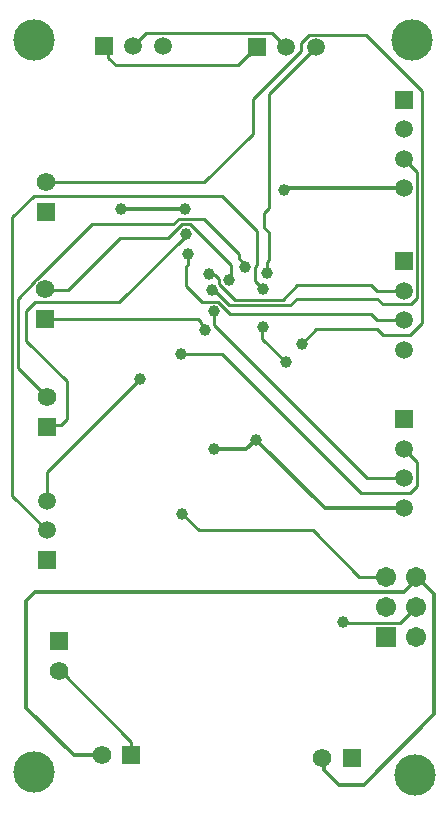
<source format=gbl>
G04*
G04 #@! TF.GenerationSoftware,Altium Limited,Altium Designer,24.1.2 (44)*
G04*
G04 Layer_Physical_Order=2*
G04 Layer_Color=16711680*
%FSLAX44Y44*%
%MOMM*%
G71*
G04*
G04 #@! TF.SameCoordinates,8B991FCA-0915-420C-AD92-161D74BCA782*
G04*
G04*
G04 #@! TF.FilePolarity,Positive*
G04*
G01*
G75*
%ADD50C,0.3000*%
%ADD52C,0.2540*%
%ADD53R,1.5750X1.5750*%
%ADD54C,1.5750*%
%ADD55R,1.5750X1.5750*%
%ADD56C,1.7100*%
%ADD57R,1.7100X1.7100*%
%ADD58R,1.5080X1.5080*%
%ADD59C,1.5080*%
%ADD60C,3.5000*%
%ADD61R,1.5080X1.5080*%
%ADD62C,1.0000*%
D50*
X48260Y337820D02*
X55880Y345440D01*
X48260Y247133D02*
X88383Y207010D01*
X48260Y247133D02*
Y337820D01*
X368300Y345440D02*
X378460Y355600D01*
Y358140D01*
X55880Y345440D02*
X368300D01*
X88383Y207010D02*
X112160D01*
X379411Y358140D02*
X393700Y343851D01*
Y241783D02*
Y343851D01*
X298850Y204470D02*
X300397Y202923D01*
X312820Y182093D02*
X334010D01*
X300397Y194516D02*
X312820Y182093D01*
X300397Y194516D02*
Y202923D01*
X334010Y182093D02*
X393700Y241783D01*
X234776Y466090D02*
X242570Y473884D01*
X207010Y466090D02*
X234776D01*
X242570Y473884D02*
Y474980D01*
X368230Y687000D02*
X368300Y687070D01*
X368230Y416490D02*
X368300Y416560D01*
X243158Y474472D02*
X301140Y416490D01*
X182245Y669671D02*
X182626Y670052D01*
X128270Y669290D02*
X128651Y669671D01*
X182245D01*
X266700Y685800D02*
X267900Y687000D01*
X368230D01*
X301140Y416490D02*
X368230D01*
D52*
X57695Y610569D02*
G03*
X55811Y608685I6905J-8789D01*
G01*
X58488Y611192D02*
X104140Y656844D01*
X177292Y661590D02*
X198708D01*
X127936Y644826D02*
X168148D01*
X180340Y657018D02*
X186573D01*
X168148Y644826D02*
X180340Y657018D01*
X172546Y656844D02*
X177292Y661590D01*
X104140Y656844D02*
X172546D01*
X127254Y590550D02*
X183456Y646752D01*
Y648394D01*
X137160Y207010D02*
Y218440D01*
X77470Y278130D02*
X137160Y218440D01*
X65870Y421810D02*
Y446870D01*
Y421810D02*
X66040Y421640D01*
X65870Y446870D02*
X144780Y525780D01*
X203068Y614860D02*
X204496Y613433D01*
X205740Y600710D02*
X207437D01*
X219737Y588409D01*
X208257Y613433D02*
X211718Y609972D01*
X220020Y609910D02*
X221371Y611261D01*
Y622220D01*
X225207Y592981D02*
X265321D01*
X211718Y606471D02*
X225207Y592981D01*
X367430Y600310D02*
X368300Y599440D01*
X211718Y606471D02*
Y609972D01*
X204496Y613433D02*
X208257D01*
X233356Y620706D02*
Y622724D01*
X228651Y627429D02*
X233356Y622724D01*
X247904Y569422D02*
X248332Y569850D01*
X247904Y559816D02*
Y569422D01*
X180340Y411480D02*
X194310Y397510D01*
X290830D01*
X194080Y576580D02*
X196552Y574108D01*
Y572485D02*
X200062Y568974D01*
Y566955D02*
Y568974D01*
X207010Y571500D02*
X337020Y441490D01*
X367500D01*
X207010Y571500D02*
Y582930D01*
X196552Y572485D02*
Y574108D01*
X198628Y692150D02*
X240030Y733552D01*
X64770Y692150D02*
X198628D01*
X48260Y582930D02*
X55880Y590550D01*
X127254D01*
X48260Y558132D02*
Y582930D01*
Y558132D02*
X82550Y523842D01*
X316230Y320040D02*
X317078Y319192D01*
X364912D01*
X82550Y491490D02*
Y523842D01*
X77870Y486810D02*
X82550Y491490D01*
X67710Y486810D02*
X77870D01*
X66040Y485140D02*
X67710Y486810D01*
X63500Y576580D02*
X194080D01*
X66040Y600710D02*
X83820D01*
X127936Y644826D01*
X64770Y601980D02*
X66040Y600710D01*
X40930Y535280D02*
X65870Y510340D01*
X36358Y427022D02*
Y662468D01*
X40930Y593634D02*
X55188Y607892D01*
X36358Y662468D02*
X54863Y680973D01*
X36358Y427022D02*
X65870Y397510D01*
X40930Y535280D02*
Y593634D01*
X57695Y610569D02*
X58488Y611192D01*
X55188Y607892D02*
X55811Y608685D01*
X54863Y680973D02*
X213949D01*
X243840Y651082D01*
X240030Y733552D02*
Y762777D01*
X287702Y817292D02*
X335868D01*
X280870Y810460D02*
X287702Y817292D01*
X280870Y803617D02*
Y810460D01*
X240030Y762777D02*
X280870Y803617D01*
X254000Y767080D02*
X292100Y805180D01*
X254000Y670442D02*
Y767080D01*
X250016Y666458D02*
X254000Y670442D01*
X292100Y805180D02*
X294640D01*
X335868Y817292D02*
X383794Y769366D01*
X242570Y805650D02*
Y806450D01*
X237100Y800180D02*
X242570Y805650D01*
X227330Y791210D02*
X236300Y800180D01*
X237100D01*
X124460Y791210D02*
X227330D01*
X117812Y797858D02*
X124460Y791210D01*
X117812Y797858D02*
Y802938D01*
X267970Y806450D02*
Y806850D01*
X138830Y807720D02*
X149672Y818562D01*
X256258D01*
X267970Y806850D01*
X114300Y806450D02*
X117812Y802938D01*
X364912Y319192D02*
X378460Y332740D01*
X330200Y358140D02*
X353060D01*
X331724Y429260D02*
X354330D01*
X214122Y546862D02*
X331724Y429260D01*
X367500Y441490D02*
X368300Y440690D01*
X374142Y589280D02*
X379222Y594360D01*
X350266Y589280D02*
X374142D01*
X345694Y593852D02*
X350266Y589280D01*
X373126Y562610D02*
X383794Y573278D01*
X345440Y567944D02*
X350774Y562610D01*
X373126D01*
X367030Y575310D02*
X368300Y576580D01*
X345440Y575310D02*
X367030D01*
X339784Y580966D02*
X345440Y575310D01*
X340360Y605390D02*
X345440Y600310D01*
X367430D01*
X383794Y573278D02*
Y769366D01*
X271966Y588409D02*
X277409Y593852D01*
X265321Y592981D02*
X277730Y605390D01*
X219737Y588409D02*
X271966D01*
X248810Y601997D02*
Y602088D01*
X242054Y608843D02*
X248810Y602088D01*
X251991Y615419D02*
X252250Y615160D01*
X251991Y615419D02*
Y624760D01*
X242054Y608843D02*
Y620127D01*
X243840Y621913D01*
Y651082D01*
X228651Y627429D02*
Y631647D01*
X186573Y657018D02*
X221371Y622220D01*
X251991Y624760D02*
X254000Y626769D01*
X198708Y661590D02*
X228651Y631647D01*
X254000Y626769D02*
Y649853D01*
X250016Y653838D02*
X254000Y649853D01*
X247904Y559816D02*
X267970Y539750D01*
X220714Y580966D02*
X339784D01*
X210449Y591232D02*
X220714Y580966D01*
X183804Y604774D02*
X197346Y591232D01*
X210449D01*
X185074Y630844D02*
X185420Y631190D01*
X185074Y622380D02*
Y630844D01*
X183804Y604774D02*
Y621110D01*
X185074Y622380D01*
X367724Y575886D02*
X368300Y575310D01*
X250016Y653838D02*
Y666458D01*
X277409Y593852D02*
X345694D01*
X379222Y594360D02*
Y701078D01*
X368300Y712000D02*
X379222Y701078D01*
X293878Y567944D02*
X345440D01*
X281432Y555498D02*
X293878Y567944D01*
X290830Y397510D02*
X330200Y358140D01*
X368300Y466490D02*
X379222Y455568D01*
Y434848D02*
Y455568D01*
X373380Y429006D02*
X379222Y434848D01*
X354838Y429006D02*
X373380D01*
X179324Y546862D02*
X214122D01*
X277730Y605390D02*
X340360D01*
D53*
X137160Y207010D02*
D03*
X323850Y204470D02*
D03*
D54*
X112160Y207010D02*
D03*
X76200Y278530D02*
D03*
X64600Y601780D02*
D03*
X298850Y204470D02*
D03*
X64770Y692150D02*
D03*
X65870Y510340D02*
D03*
D55*
X76200Y303530D02*
D03*
X64600Y576780D02*
D03*
X64770Y667150D02*
D03*
X65870Y485340D02*
D03*
D56*
X378460Y358140D02*
D03*
X353060D02*
D03*
X378460Y332740D02*
D03*
X353060D02*
D03*
X378460Y307340D02*
D03*
D57*
X353060D02*
D03*
D58*
X113830Y807720D02*
D03*
X243370Y806450D02*
D03*
D59*
X138830Y807720D02*
D03*
X163830D02*
D03*
X368300Y737000D02*
D03*
Y687000D02*
D03*
Y712000D02*
D03*
X293370Y806450D02*
D03*
X268370D02*
D03*
X368300Y441490D02*
D03*
Y416490D02*
D03*
Y466490D02*
D03*
X65870Y422510D02*
D03*
Y397510D02*
D03*
X368300Y575310D02*
D03*
Y550310D02*
D03*
Y600310D02*
D03*
D60*
X377190Y190500D02*
D03*
X54610Y193040D02*
D03*
X374650Y812800D02*
D03*
X54610D02*
D03*
D61*
X368300Y762000D02*
D03*
Y491490D02*
D03*
X65870Y372510D02*
D03*
X368300Y625310D02*
D03*
D62*
X183456Y648394D02*
D03*
X207010Y466090D02*
D03*
X144780Y525780D02*
D03*
X243158Y474472D02*
D03*
X205740Y600710D02*
D03*
X220020Y609910D02*
D03*
X203068Y614860D02*
D03*
X233356Y620706D02*
D03*
X248332Y569850D02*
D03*
X180340Y411480D02*
D03*
X128270Y669290D02*
D03*
X200062Y566955D02*
D03*
X316230Y320040D02*
D03*
X266700Y685800D02*
D03*
X248810Y601997D02*
D03*
X252250Y615160D02*
D03*
X267970Y539750D02*
D03*
X207010Y582930D02*
D03*
X185420Y631190D02*
D03*
X182626Y670052D02*
D03*
X281432Y555498D02*
D03*
X179324Y546862D02*
D03*
M02*

</source>
